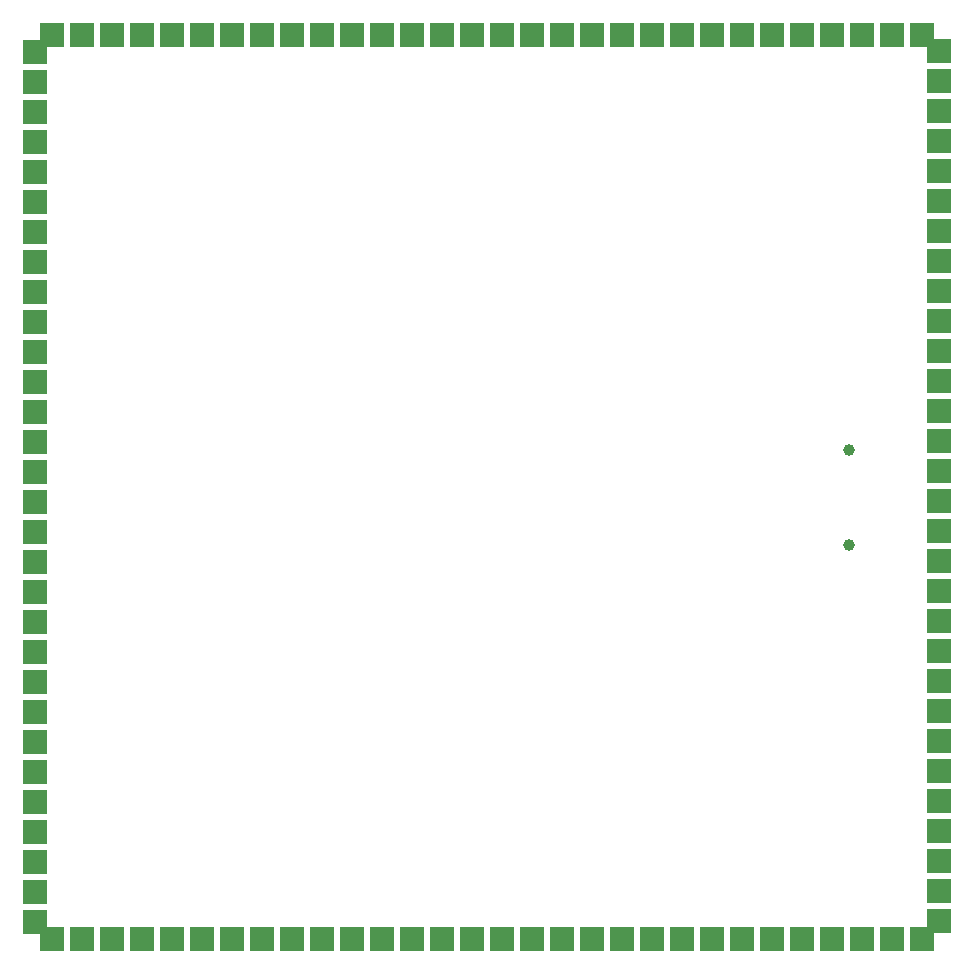
<source format=gbr>
%TF.GenerationSoftware,KiCad,Pcbnew,9.0.7*%
%TF.CreationDate,2026-02-15T10:00:23-06:00*%
%TF.ProjectId,grad_cap_display,67726164-5f63-4617-905f-646973706c61,rev?*%
%TF.SameCoordinates,Original*%
%TF.FileFunction,Soldermask,Bot*%
%TF.FilePolarity,Negative*%
%FSLAX46Y46*%
G04 Gerber Fmt 4.6, Leading zero omitted, Abs format (unit mm)*
G04 Created by KiCad (PCBNEW 9.0.7) date 2026-02-15 10:00:23*
%MOMM*%
%LPD*%
G01*
G04 APERTURE LIST*
%ADD10R,2.000000X2.000000*%
%ADD11C,1.000000*%
G04 APERTURE END LIST*
D10*
%TO.C,J205*%
X-268177500Y597760000D03*
X-265637500Y597760000D03*
X-263097500Y597760000D03*
X-260557500Y597760000D03*
X-258017500Y597760000D03*
X-255477500Y597760000D03*
X-252937500Y597760000D03*
X-250397500Y597760000D03*
X-247857500Y597760000D03*
X-245317500Y597760000D03*
X-242777500Y597760000D03*
X-240237500Y597760000D03*
X-237697500Y597760000D03*
X-235157500Y597760000D03*
X-232617500Y597760000D03*
X-230077500Y597760000D03*
X-227537500Y597760000D03*
X-224997500Y597760000D03*
X-222457500Y597760000D03*
X-219917500Y597760000D03*
X-217377500Y597760000D03*
X-214837500Y597760000D03*
X-212297500Y597760000D03*
X-209757500Y597760000D03*
X-207217500Y597760000D03*
X-204677500Y597760000D03*
X-202137500Y597760000D03*
X-199597500Y597760000D03*
X-197057500Y597760000D03*
X-194517500Y597760000D03*
X-268177500Y597760000D03*
X-265637500Y597760000D03*
X-263097500Y597760000D03*
X-260557500Y597760000D03*
X-258017500Y597760000D03*
X-255477500Y597760000D03*
X-252937500Y597760000D03*
X-250397500Y597760000D03*
X-247857500Y597760000D03*
X-245317500Y597760000D03*
X-242777500Y597760000D03*
X-240237500Y597760000D03*
X-237697500Y597760000D03*
X-235157500Y597760000D03*
X-232617500Y597760000D03*
X-230077500Y597760000D03*
X-227537500Y597760000D03*
X-224997500Y597760000D03*
X-222457500Y597760000D03*
X-219917500Y597760000D03*
X-217377500Y597760000D03*
X-214837500Y597760000D03*
X-212297500Y597760000D03*
X-209757500Y597760000D03*
X-207217500Y597760000D03*
X-204677500Y597760000D03*
X-202137500Y597760000D03*
X-199597500Y597760000D03*
X-197057500Y597760000D03*
X-194517500Y597760000D03*
%TD*%
%TO.C,J204*%
X-193060000Y672902500D03*
X-193060000Y670362500D03*
X-193060000Y667822500D03*
X-193060000Y665282500D03*
X-193060000Y662742500D03*
X-193060000Y660202500D03*
X-193060000Y657662500D03*
X-193060000Y655122500D03*
X-193060000Y652582500D03*
X-193060000Y650042500D03*
X-193060000Y647502500D03*
X-193060000Y644962500D03*
X-193060000Y642422500D03*
X-193060000Y639882500D03*
X-193060000Y637342500D03*
X-193060000Y634802500D03*
X-193060000Y632262500D03*
X-193060000Y629722500D03*
X-193060000Y627182500D03*
X-193060000Y624642500D03*
X-193060000Y622102500D03*
X-193060000Y619562500D03*
X-193060000Y617022500D03*
X-193060000Y614482500D03*
X-193060000Y611942500D03*
X-193060000Y609402500D03*
X-193060000Y606862500D03*
X-193060000Y604322500D03*
X-193060000Y601782500D03*
X-193060000Y599242500D03*
X-193060000Y599242500D03*
X-193060000Y601782500D03*
X-193060000Y604322500D03*
X-193060000Y606862500D03*
X-193060000Y609402500D03*
X-193060000Y611942500D03*
X-193060000Y614482500D03*
X-193060000Y617022500D03*
X-193060000Y619562500D03*
X-193060000Y622102500D03*
X-193060000Y624642500D03*
X-193060000Y627182500D03*
X-193060000Y629722500D03*
X-193060000Y632262500D03*
X-193060000Y634802500D03*
X-193060000Y637342500D03*
X-193060000Y639882500D03*
X-193060000Y642422500D03*
X-193060000Y644962500D03*
X-193060000Y647502500D03*
X-193060000Y650042500D03*
X-193060000Y652582500D03*
X-193060000Y655122500D03*
X-193060000Y657662500D03*
X-193060000Y660202500D03*
X-193060000Y662742500D03*
X-193060000Y665282500D03*
X-193060000Y667822500D03*
X-193060000Y670362500D03*
X-193060000Y672902500D03*
%TD*%
%TO.C,J202*%
X-269575000Y599182500D03*
X-269575000Y601722500D03*
X-269575000Y604262500D03*
X-269575000Y606802500D03*
X-269575000Y609342500D03*
X-269575000Y611882500D03*
X-269575000Y614422500D03*
X-269575000Y616962500D03*
X-269575000Y619502500D03*
X-269575000Y622042500D03*
X-269575000Y624582500D03*
X-269575000Y627122500D03*
X-269575000Y629662500D03*
X-269575000Y632202500D03*
X-269575000Y634742500D03*
X-269575000Y637282500D03*
X-269575000Y639822500D03*
X-269575000Y642362500D03*
X-269575000Y644902500D03*
X-269575000Y647442500D03*
X-269575000Y649982500D03*
X-269575000Y652522500D03*
X-269575000Y655062500D03*
X-269575000Y657602500D03*
X-269575000Y660142500D03*
X-269575000Y662682500D03*
X-269575000Y665222500D03*
X-269575000Y667762500D03*
X-269575000Y670302500D03*
X-269575000Y672842500D03*
X-269575000Y611882500D03*
X-269575000Y606802500D03*
X-269575000Y599182500D03*
X-269575000Y601722500D03*
X-269575000Y609342500D03*
X-269575000Y604262500D03*
X-269575000Y665222500D03*
X-269575000Y660142500D03*
X-269575000Y670302500D03*
X-269575000Y667762500D03*
X-269575000Y657602500D03*
X-269575000Y655062500D03*
X-269575000Y662682500D03*
X-269575000Y672842500D03*
X-269575000Y649982500D03*
X-269575000Y639822500D03*
X-269575000Y647442500D03*
X-269575000Y652522500D03*
X-269575000Y644902500D03*
X-269575000Y642362500D03*
X-269575000Y634742500D03*
X-269575000Y637282500D03*
X-269575000Y629662500D03*
X-269575000Y627122500D03*
X-269575000Y624582500D03*
X-269575000Y622042500D03*
X-269575000Y619502500D03*
X-269575000Y632202500D03*
X-269575000Y616962500D03*
X-269575000Y614422500D03*
%TD*%
%TO.C,J203*%
X-194457500Y674325000D03*
X-196997500Y674325000D03*
X-199537500Y674325000D03*
X-202077500Y674325000D03*
X-204617500Y674325000D03*
X-207157500Y674325000D03*
X-209697500Y674325000D03*
X-212237500Y674325000D03*
X-214777500Y674325000D03*
X-217317500Y674325000D03*
X-219857500Y674325000D03*
X-222397500Y674325000D03*
X-224937500Y674325000D03*
X-227477500Y674325000D03*
X-230017500Y674325000D03*
X-232557500Y674325000D03*
X-235097500Y674325000D03*
X-237637500Y674325000D03*
X-240177500Y674325000D03*
X-242717500Y674325000D03*
X-245257500Y674325000D03*
X-247797500Y674325000D03*
X-250337500Y674325000D03*
X-252877500Y674325000D03*
X-255417500Y674325000D03*
X-257957500Y674325000D03*
X-260497500Y674325000D03*
X-263037500Y674325000D03*
X-265577500Y674325000D03*
X-268117500Y674325000D03*
X-194457500Y674325000D03*
X-196997500Y674325000D03*
X-199537500Y674325000D03*
X-202077500Y674325000D03*
X-204617500Y674325000D03*
X-207157500Y674325000D03*
X-209697500Y674325000D03*
X-212237500Y674325000D03*
X-214777500Y674325000D03*
X-217317500Y674325000D03*
X-219857500Y674325000D03*
X-222397500Y674325000D03*
X-224937500Y674325000D03*
X-227477500Y674325000D03*
X-230017500Y674325000D03*
X-232557500Y674325000D03*
X-235097500Y674325000D03*
X-237637500Y674325000D03*
X-240177500Y674325000D03*
X-242717500Y674325000D03*
X-245257500Y674325000D03*
X-247797500Y674325000D03*
X-250337500Y674325000D03*
X-252877500Y674325000D03*
X-255417500Y674325000D03*
X-257957500Y674325000D03*
X-260497500Y674325000D03*
X-263037500Y674325000D03*
X-265577500Y674325000D03*
X-268117500Y674325000D03*
%TD*%
D11*
%TO.C,J1104*%
X-200690000Y639140000D03*
X-200690000Y631139999D03*
%TD*%
M02*

</source>
